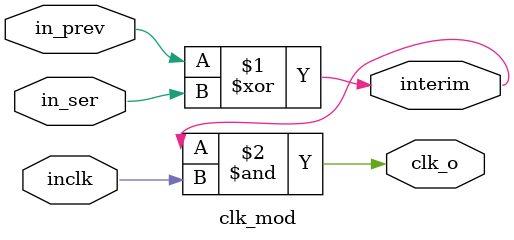
<source format=v>
module gollmann_cas_gen(clk,rst,gcout); // Gollmann cascade Genrator, 3-stage
input clk,rst;
output gcout;

wire clk_lf2, clk_lf3,int1,int2;
wire [31:0]lf1_o, lf2_o, lf3_o;
 
clk_mod clk_mod_inst1(clk,1'b1,lf1_o[31],int1,clk_lf2);
clk_mod clk_mod_inst2(clk,int1,lf2_o[31],int2,clk_lf3);

lfsr_32bit1 lfsr_32bit1_inst(clk,rst,lf1_o);
lfsr_32bit2 lfsr_32bit2_inst(clk_lf2,rst,lf2_o);
lfsr_32bit3 lfsr_32bit3_inst(clk_lf3,rst,lf3_o);

assign gcout = lf3_o[31] ^ int2;

endmodule

///////////////////
//Clock Modifier
module clk_mod(
input inclk,in_prev,in_ser,
output interim,clk_o
);
	assign interim= in_prev ^ in_ser;
	assign clk_o = interim & inclk;

endmodule
</source>
